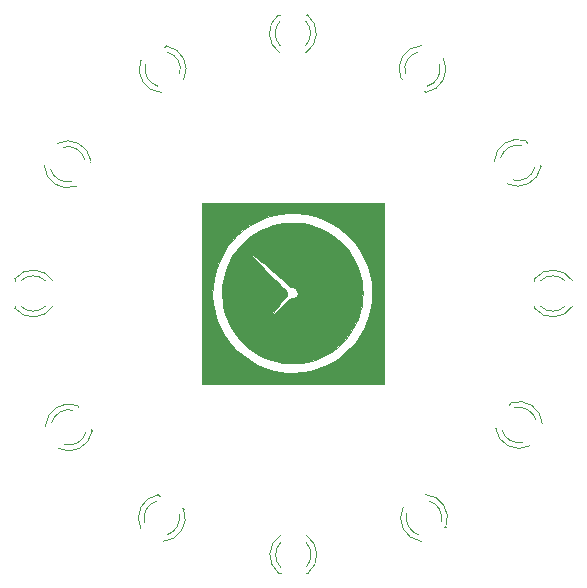
<source format=gbr>
G04 #@! TF.GenerationSoftware,KiCad,Pcbnew,(5.1.4-0)*
G04 #@! TF.CreationDate,2022-04-01T12:31:45+08:00*
G04 #@! TF.ProjectId,esp8266_ntp_clock,65737038-3236-4365-9f6e-74705f636c6f,v1.0*
G04 #@! TF.SameCoordinates,Original*
G04 #@! TF.FileFunction,Legend,Bot*
G04 #@! TF.FilePolarity,Positive*
%FSLAX46Y46*%
G04 Gerber Fmt 4.6, Leading zero omitted, Abs format (unit mm)*
G04 Created by KiCad (PCBNEW (5.1.4-0)) date 2022-04-01 12:31:45*
%MOMM*%
%LPD*%
G04 APERTURE LIST*
%ADD10C,0.010000*%
%ADD11C,0.120000*%
G04 APERTURE END LIST*
D10*
G36*
X106295333Y-91704667D02*
G01*
X121662333Y-91704667D01*
X121662333Y-83849842D01*
X120668053Y-83849842D01*
X120664567Y-84274766D01*
X120642882Y-84678697D01*
X120602811Y-85035676D01*
X120588602Y-85121833D01*
X120517827Y-85447073D01*
X120417700Y-85812596D01*
X120298274Y-86186739D01*
X120169607Y-86537841D01*
X120050828Y-86815167D01*
X119697611Y-87466640D01*
X119272417Y-88080803D01*
X118783581Y-88647143D01*
X118239440Y-89155147D01*
X118114734Y-89256765D01*
X117508964Y-89685636D01*
X116863438Y-90043678D01*
X116185741Y-90328767D01*
X115483460Y-90538778D01*
X114764178Y-90671588D01*
X114035482Y-90725073D01*
X113304957Y-90697108D01*
X113067734Y-90670039D01*
X112325164Y-90529916D01*
X111612375Y-90313424D01*
X110934272Y-90024462D01*
X110295757Y-89666932D01*
X109701734Y-89244735D01*
X109157106Y-88761773D01*
X108666776Y-88221947D01*
X108235647Y-87629158D01*
X107868624Y-86987307D01*
X107570608Y-86300297D01*
X107568488Y-86294555D01*
X107346844Y-85574797D01*
X107207408Y-84847021D01*
X107148862Y-84117073D01*
X107169890Y-83390803D01*
X107269176Y-82674057D01*
X107445404Y-81972683D01*
X107697258Y-81292530D01*
X108023420Y-80639446D01*
X108422575Y-80019277D01*
X108893406Y-79437873D01*
X109178931Y-79140186D01*
X109753004Y-78633497D01*
X110369188Y-78200188D01*
X111026408Y-77840815D01*
X111723588Y-77555935D01*
X112459651Y-77346104D01*
X112772333Y-77281913D01*
X113050208Y-77244418D01*
X113387563Y-77219824D01*
X113760207Y-77208097D01*
X114143947Y-77209206D01*
X114514590Y-77223118D01*
X114847944Y-77249800D01*
X115097849Y-77285032D01*
X115839036Y-77464477D01*
X116547433Y-77721547D01*
X117219729Y-78054497D01*
X117852614Y-78461581D01*
X118442777Y-78941055D01*
X118693279Y-79179721D01*
X119204096Y-79746237D01*
X119639148Y-80349251D01*
X119999903Y-80991519D01*
X120287830Y-81675800D01*
X120504395Y-82404853D01*
X120571188Y-82708719D01*
X120621176Y-83040858D01*
X120653527Y-83429886D01*
X120668053Y-83849842D01*
X121662333Y-83849842D01*
X121662333Y-76337667D01*
X106295333Y-76337667D01*
X106295333Y-91704667D01*
X106295333Y-91704667D01*
G37*
X106295333Y-91704667D02*
X121662333Y-91704667D01*
X121662333Y-83849842D01*
X120668053Y-83849842D01*
X120664567Y-84274766D01*
X120642882Y-84678697D01*
X120602811Y-85035676D01*
X120588602Y-85121833D01*
X120517827Y-85447073D01*
X120417700Y-85812596D01*
X120298274Y-86186739D01*
X120169607Y-86537841D01*
X120050828Y-86815167D01*
X119697611Y-87466640D01*
X119272417Y-88080803D01*
X118783581Y-88647143D01*
X118239440Y-89155147D01*
X118114734Y-89256765D01*
X117508964Y-89685636D01*
X116863438Y-90043678D01*
X116185741Y-90328767D01*
X115483460Y-90538778D01*
X114764178Y-90671588D01*
X114035482Y-90725073D01*
X113304957Y-90697108D01*
X113067734Y-90670039D01*
X112325164Y-90529916D01*
X111612375Y-90313424D01*
X110934272Y-90024462D01*
X110295757Y-89666932D01*
X109701734Y-89244735D01*
X109157106Y-88761773D01*
X108666776Y-88221947D01*
X108235647Y-87629158D01*
X107868624Y-86987307D01*
X107570608Y-86300297D01*
X107568488Y-86294555D01*
X107346844Y-85574797D01*
X107207408Y-84847021D01*
X107148862Y-84117073D01*
X107169890Y-83390803D01*
X107269176Y-82674057D01*
X107445404Y-81972683D01*
X107697258Y-81292530D01*
X108023420Y-80639446D01*
X108422575Y-80019277D01*
X108893406Y-79437873D01*
X109178931Y-79140186D01*
X109753004Y-78633497D01*
X110369188Y-78200188D01*
X111026408Y-77840815D01*
X111723588Y-77555935D01*
X112459651Y-77346104D01*
X112772333Y-77281913D01*
X113050208Y-77244418D01*
X113387563Y-77219824D01*
X113760207Y-77208097D01*
X114143947Y-77209206D01*
X114514590Y-77223118D01*
X114847944Y-77249800D01*
X115097849Y-77285032D01*
X115839036Y-77464477D01*
X116547433Y-77721547D01*
X117219729Y-78054497D01*
X117852614Y-78461581D01*
X118442777Y-78941055D01*
X118693279Y-79179721D01*
X119204096Y-79746237D01*
X119639148Y-80349251D01*
X119999903Y-80991519D01*
X120287830Y-81675800D01*
X120504395Y-82404853D01*
X120571188Y-82708719D01*
X120621176Y-83040858D01*
X120653527Y-83429886D01*
X120668053Y-83849842D01*
X121662333Y-83849842D01*
X121662333Y-76337667D01*
X106295333Y-76337667D01*
X106295333Y-91704667D01*
G36*
X113471544Y-78024353D02*
G01*
X113084607Y-78054118D01*
X112728348Y-78108859D01*
X112376591Y-78192777D01*
X112003161Y-78310070D01*
X111938858Y-78332496D01*
X111295158Y-78602915D01*
X110697738Y-78940506D01*
X110149945Y-79339469D01*
X109655130Y-79794004D01*
X109216641Y-80298314D01*
X108837826Y-80846599D01*
X108522036Y-81433060D01*
X108272617Y-82051898D01*
X108092921Y-82697315D01*
X107986295Y-83363511D01*
X107956088Y-84044687D01*
X108005649Y-84735045D01*
X108056393Y-85055373D01*
X108223455Y-85726445D01*
X108465981Y-86366499D01*
X108778814Y-86970372D01*
X109156796Y-87532900D01*
X109594770Y-88048920D01*
X110087577Y-88513271D01*
X110630061Y-88920787D01*
X111217062Y-89266308D01*
X111843425Y-89544669D01*
X112503990Y-89750708D01*
X112815453Y-89819306D01*
X113063901Y-89855884D01*
X113367367Y-89883573D01*
X113698980Y-89901432D01*
X114031872Y-89908521D01*
X114339173Y-89903900D01*
X114594014Y-89886629D01*
X114627480Y-89882711D01*
X115212893Y-89776401D01*
X115803907Y-89608187D01*
X116369458Y-89387938D01*
X116709333Y-89221207D01*
X117320411Y-88845914D01*
X117874565Y-88409426D01*
X118368814Y-87915807D01*
X118800172Y-87369122D01*
X119165657Y-86773437D01*
X119462284Y-86132817D01*
X119687070Y-85451327D01*
X119785002Y-85030648D01*
X119828782Y-84726883D01*
X119854493Y-84366377D01*
X119862378Y-83975048D01*
X119861619Y-83944014D01*
X114381000Y-83944014D01*
X114363920Y-84078246D01*
X114322084Y-84191312D01*
X114314930Y-84202489D01*
X114195332Y-84316657D01*
X114038623Y-84394387D01*
X113882635Y-84417282D01*
X113874720Y-84416573D01*
X113821633Y-84419928D01*
X113758250Y-84445868D01*
X113674288Y-84502046D01*
X113559462Y-84596112D01*
X113403489Y-84735717D01*
X113232518Y-84894366D01*
X112964925Y-85143534D01*
X112724701Y-85364598D01*
X112518062Y-85552002D01*
X112351223Y-85700189D01*
X112230398Y-85803601D01*
X112161804Y-85856681D01*
X112149554Y-85862667D01*
X112162032Y-85831593D01*
X112213550Y-85750267D01*
X112290032Y-85640417D01*
X112472235Y-85392633D01*
X112683936Y-85113385D01*
X112904064Y-84829901D01*
X113111549Y-84569413D01*
X113238531Y-84414676D01*
X113356663Y-84267831D01*
X113427597Y-84161341D01*
X113462259Y-84074000D01*
X113471576Y-83984601D01*
X113471318Y-83962857D01*
X113467253Y-83906008D01*
X113453081Y-83852533D01*
X113421206Y-83793535D01*
X113364035Y-83720114D01*
X113273971Y-83623372D01*
X113143419Y-83494409D01*
X112964784Y-83324328D01*
X112770468Y-83141722D01*
X112371956Y-82762248D01*
X111976217Y-82374363D01*
X111593240Y-81988448D01*
X111233013Y-81614882D01*
X110905523Y-81264044D01*
X110620759Y-80946314D01*
X110388708Y-80672072D01*
X110361049Y-80637806D01*
X110320147Y-80582103D01*
X110334636Y-80579317D01*
X110359333Y-80592582D01*
X110496921Y-80681272D01*
X110687731Y-80819402D01*
X110922518Y-80999262D01*
X111192037Y-81213141D01*
X111487041Y-81453331D01*
X111798286Y-81712120D01*
X112116526Y-81981798D01*
X112432515Y-82254657D01*
X112737007Y-82522984D01*
X113020756Y-82779071D01*
X113274518Y-83015207D01*
X113343833Y-83081405D01*
X113516495Y-83245552D01*
X113642798Y-83358920D01*
X113736055Y-83430794D01*
X113809580Y-83470458D01*
X113876687Y-83487197D01*
X113930150Y-83490286D01*
X114101342Y-83530850D01*
X114246894Y-83635353D01*
X114346742Y-83783601D01*
X114381000Y-83944014D01*
X119861619Y-83944014D01*
X119852678Y-83578819D01*
X119825638Y-83203608D01*
X119781497Y-82875338D01*
X119764031Y-82785524D01*
X119575239Y-82094035D01*
X119313534Y-81439649D01*
X118983045Y-80827112D01*
X118587897Y-80261169D01*
X118132217Y-79746567D01*
X117620132Y-79288050D01*
X117055770Y-78890366D01*
X116443256Y-78558259D01*
X115891809Y-78332471D01*
X115512372Y-78209384D01*
X115158876Y-78120353D01*
X114805139Y-78061176D01*
X114424981Y-78027654D01*
X113992219Y-78015586D01*
X113915333Y-78015365D01*
X113471544Y-78024353D01*
X113471544Y-78024353D01*
G37*
X113471544Y-78024353D02*
X113084607Y-78054118D01*
X112728348Y-78108859D01*
X112376591Y-78192777D01*
X112003161Y-78310070D01*
X111938858Y-78332496D01*
X111295158Y-78602915D01*
X110697738Y-78940506D01*
X110149945Y-79339469D01*
X109655130Y-79794004D01*
X109216641Y-80298314D01*
X108837826Y-80846599D01*
X108522036Y-81433060D01*
X108272617Y-82051898D01*
X108092921Y-82697315D01*
X107986295Y-83363511D01*
X107956088Y-84044687D01*
X108005649Y-84735045D01*
X108056393Y-85055373D01*
X108223455Y-85726445D01*
X108465981Y-86366499D01*
X108778814Y-86970372D01*
X109156796Y-87532900D01*
X109594770Y-88048920D01*
X110087577Y-88513271D01*
X110630061Y-88920787D01*
X111217062Y-89266308D01*
X111843425Y-89544669D01*
X112503990Y-89750708D01*
X112815453Y-89819306D01*
X113063901Y-89855884D01*
X113367367Y-89883573D01*
X113698980Y-89901432D01*
X114031872Y-89908521D01*
X114339173Y-89903900D01*
X114594014Y-89886629D01*
X114627480Y-89882711D01*
X115212893Y-89776401D01*
X115803907Y-89608187D01*
X116369458Y-89387938D01*
X116709333Y-89221207D01*
X117320411Y-88845914D01*
X117874565Y-88409426D01*
X118368814Y-87915807D01*
X118800172Y-87369122D01*
X119165657Y-86773437D01*
X119462284Y-86132817D01*
X119687070Y-85451327D01*
X119785002Y-85030648D01*
X119828782Y-84726883D01*
X119854493Y-84366377D01*
X119862378Y-83975048D01*
X119861619Y-83944014D01*
X114381000Y-83944014D01*
X114363920Y-84078246D01*
X114322084Y-84191312D01*
X114314930Y-84202489D01*
X114195332Y-84316657D01*
X114038623Y-84394387D01*
X113882635Y-84417282D01*
X113874720Y-84416573D01*
X113821633Y-84419928D01*
X113758250Y-84445868D01*
X113674288Y-84502046D01*
X113559462Y-84596112D01*
X113403489Y-84735717D01*
X113232518Y-84894366D01*
X112964925Y-85143534D01*
X112724701Y-85364598D01*
X112518062Y-85552002D01*
X112351223Y-85700189D01*
X112230398Y-85803601D01*
X112161804Y-85856681D01*
X112149554Y-85862667D01*
X112162032Y-85831593D01*
X112213550Y-85750267D01*
X112290032Y-85640417D01*
X112472235Y-85392633D01*
X112683936Y-85113385D01*
X112904064Y-84829901D01*
X113111549Y-84569413D01*
X113238531Y-84414676D01*
X113356663Y-84267831D01*
X113427597Y-84161341D01*
X113462259Y-84074000D01*
X113471576Y-83984601D01*
X113471318Y-83962857D01*
X113467253Y-83906008D01*
X113453081Y-83852533D01*
X113421206Y-83793535D01*
X113364035Y-83720114D01*
X113273971Y-83623372D01*
X113143419Y-83494409D01*
X112964784Y-83324328D01*
X112770468Y-83141722D01*
X112371956Y-82762248D01*
X111976217Y-82374363D01*
X111593240Y-81988448D01*
X111233013Y-81614882D01*
X110905523Y-81264044D01*
X110620759Y-80946314D01*
X110388708Y-80672072D01*
X110361049Y-80637806D01*
X110320147Y-80582103D01*
X110334636Y-80579317D01*
X110359333Y-80592582D01*
X110496921Y-80681272D01*
X110687731Y-80819402D01*
X110922518Y-80999262D01*
X111192037Y-81213141D01*
X111487041Y-81453331D01*
X111798286Y-81712120D01*
X112116526Y-81981798D01*
X112432515Y-82254657D01*
X112737007Y-82522984D01*
X113020756Y-82779071D01*
X113274518Y-83015207D01*
X113343833Y-83081405D01*
X113516495Y-83245552D01*
X113642798Y-83358920D01*
X113736055Y-83430794D01*
X113809580Y-83470458D01*
X113876687Y-83487197D01*
X113930150Y-83490286D01*
X114101342Y-83530850D01*
X114246894Y-83635353D01*
X114346742Y-83783601D01*
X114381000Y-83944014D01*
X119861619Y-83944014D01*
X119852678Y-83578819D01*
X119825638Y-83203608D01*
X119781497Y-82875338D01*
X119764031Y-82785524D01*
X119575239Y-82094035D01*
X119313534Y-81439649D01*
X118983045Y-80827112D01*
X118587897Y-80261169D01*
X118132217Y-79746567D01*
X117620132Y-79288050D01*
X117055770Y-78890366D01*
X116443256Y-78558259D01*
X115891809Y-78332471D01*
X115512372Y-78209384D01*
X115158876Y-78120353D01*
X114805139Y-78061176D01*
X114424981Y-78027654D01*
X113992219Y-78015586D01*
X113915333Y-78015365D01*
X113471544Y-78024353D01*
D11*
X103090307Y-63108853D02*
X103225407Y-63030853D01*
X101084593Y-64266853D02*
X101219693Y-64188853D01*
X104390730Y-65361578D02*
G75*
G03X103349827Y-63558354I-1455730J361726D01*
G01*
X102520399Y-66441416D02*
G75*
G02X101479212Y-64638354I414601J1441564D01*
G01*
X104705269Y-65908832D02*
G75*
G03X103224988Y-63031095I-1770269J908980D01*
G01*
X102837066Y-66987440D02*
G75*
G02X101085012Y-64266611I97934J1987588D01*
G01*
X93991168Y-71294731D02*
G75*
G02X96868905Y-72775012I908980J-1770269D01*
G01*
X92912560Y-73162934D02*
G75*
G03X95633389Y-74914988I1987588J97934D01*
G01*
X94538422Y-71609270D02*
G75*
G02X96341646Y-72650173I361726J-1455730D01*
G01*
X93458584Y-73479601D02*
G75*
G03X95261646Y-74520788I1441564J414601D01*
G01*
X96869147Y-72774593D02*
X96791147Y-72909693D01*
X95711147Y-74780307D02*
X95633147Y-74915407D01*
X90410000Y-82920000D02*
X90410000Y-82764000D01*
X90410000Y-85236000D02*
X90410000Y-85080000D01*
X93011130Y-82920163D02*
G75*
G03X90929039Y-82920000I-1041130J-1079837D01*
G01*
X93011130Y-85079837D02*
G75*
G02X90929039Y-85080000I-1041130J1079837D01*
G01*
X93642335Y-82921392D02*
G75*
G03X90410000Y-82764484I-1672335J-1078608D01*
G01*
X93642335Y-85078608D02*
G75*
G02X90410000Y-85235516I-1672335J1078608D01*
G01*
X93012560Y-95237066D02*
G75*
G02X95733389Y-93485012I1987588J-97934D01*
G01*
X94091168Y-97105269D02*
G75*
G03X96968905Y-95624988I908980J1770269D01*
G01*
X93558584Y-94920399D02*
G75*
G02X95361646Y-93879212I1441564J-414601D01*
G01*
X94638422Y-96790730D02*
G75*
G03X96441646Y-95749827I361726J1455730D01*
G01*
X95733147Y-93484593D02*
X95811147Y-93619693D01*
X96891147Y-95490307D02*
X96969147Y-95625407D01*
X104580307Y-102188853D02*
X104715407Y-102266853D01*
X102574593Y-101030853D02*
X102709693Y-101108853D01*
X103279601Y-104441416D02*
G75*
G03X104320788Y-102638354I-414601J1441564D01*
G01*
X101409270Y-103361578D02*
G75*
G02X102450173Y-101558354I1455730J361726D01*
G01*
X102962934Y-104987440D02*
G75*
G03X104714988Y-102266611I-97934J1987588D01*
G01*
X101094731Y-103908832D02*
G75*
G02X102575012Y-101031095I1770269J908980D01*
G01*
X115078608Y-104457665D02*
G75*
G02X115235516Y-107690000I-1078608J-1672335D01*
G01*
X112921392Y-104457665D02*
G75*
G03X112764484Y-107690000I1078608J-1672335D01*
G01*
X115079837Y-105088870D02*
G75*
G02X115080000Y-107170961I-1079837J-1041130D01*
G01*
X112920163Y-105088870D02*
G75*
G03X112920000Y-107170961I1079837J-1041130D01*
G01*
X115236000Y-107690000D02*
X115080000Y-107690000D01*
X112920000Y-107690000D02*
X112764000Y-107690000D01*
X124909693Y-104891147D02*
X124774593Y-104969147D01*
X126915407Y-103733147D02*
X126780307Y-103811147D01*
X123609270Y-102638422D02*
G75*
G03X124650173Y-104441646I1455730J-361726D01*
G01*
X125479601Y-101558584D02*
G75*
G02X126520788Y-103361646I-414601J-1441564D01*
G01*
X123294731Y-102091168D02*
G75*
G03X124775012Y-104968905I1770269J-908980D01*
G01*
X125162934Y-101012560D02*
G75*
G02X126914988Y-103733389I-97934J-1987588D01*
G01*
X134008832Y-96905269D02*
G75*
G02X131131095Y-95424988I-908980J1770269D01*
G01*
X135087440Y-95037066D02*
G75*
G03X132366611Y-93285012I-1987588J-97934D01*
G01*
X133461578Y-96590730D02*
G75*
G02X131658354Y-95549827I-361726J1455730D01*
G01*
X134541416Y-94720399D02*
G75*
G03X132738354Y-93679212I-1441564J-414601D01*
G01*
X131130853Y-95425407D02*
X131208853Y-95290307D01*
X132288853Y-93419693D02*
X132366853Y-93284593D01*
X134410000Y-82920000D02*
X134410000Y-82764000D01*
X134410000Y-85236000D02*
X134410000Y-85080000D01*
X137011130Y-82920163D02*
G75*
G03X134929039Y-82920000I-1041130J-1079837D01*
G01*
X137011130Y-85079837D02*
G75*
G02X134929039Y-85080000I-1041130J1079837D01*
G01*
X137642335Y-82921392D02*
G75*
G03X134410000Y-82764484I-1672335J-1078608D01*
G01*
X137642335Y-85078608D02*
G75*
G02X134410000Y-85235516I-1672335J1078608D01*
G01*
X131012560Y-72837066D02*
G75*
G02X133733389Y-71085012I1987588J-97934D01*
G01*
X132091168Y-74705269D02*
G75*
G03X134968905Y-73224988I908980J1770269D01*
G01*
X131558584Y-72520399D02*
G75*
G02X133361646Y-71479212I1441564J-414601D01*
G01*
X132638422Y-74390730D02*
G75*
G03X134441646Y-73349827I361726J1455730D01*
G01*
X133733147Y-71084593D02*
X133811147Y-71219693D01*
X134891147Y-73090307D02*
X134969147Y-73225407D01*
X123219693Y-65811147D02*
X123084593Y-65733147D01*
X125225407Y-66969147D02*
X125090307Y-66891147D01*
X124520399Y-63558584D02*
G75*
G03X123479212Y-65361646I414601J-1441564D01*
G01*
X126390730Y-64638422D02*
G75*
G02X125349827Y-66441646I-1455730J-361726D01*
G01*
X124837066Y-63012560D02*
G75*
G03X123085012Y-65733389I97934J-1987588D01*
G01*
X126705269Y-64091168D02*
G75*
G02X125224988Y-66968905I-1770269J-908980D01*
G01*
X112881392Y-63642335D02*
G75*
G02X112724484Y-60410000I1078608J1672335D01*
G01*
X115038608Y-63642335D02*
G75*
G03X115195516Y-60410000I-1078608J1672335D01*
G01*
X112880163Y-63011130D02*
G75*
G02X112880000Y-60929039I1079837J1041130D01*
G01*
X115039837Y-63011130D02*
G75*
G03X115040000Y-60929039I-1079837J1041130D01*
G01*
X112724000Y-60410000D02*
X112880000Y-60410000D01*
X115040000Y-60410000D02*
X115196000Y-60410000D01*
M02*

</source>
